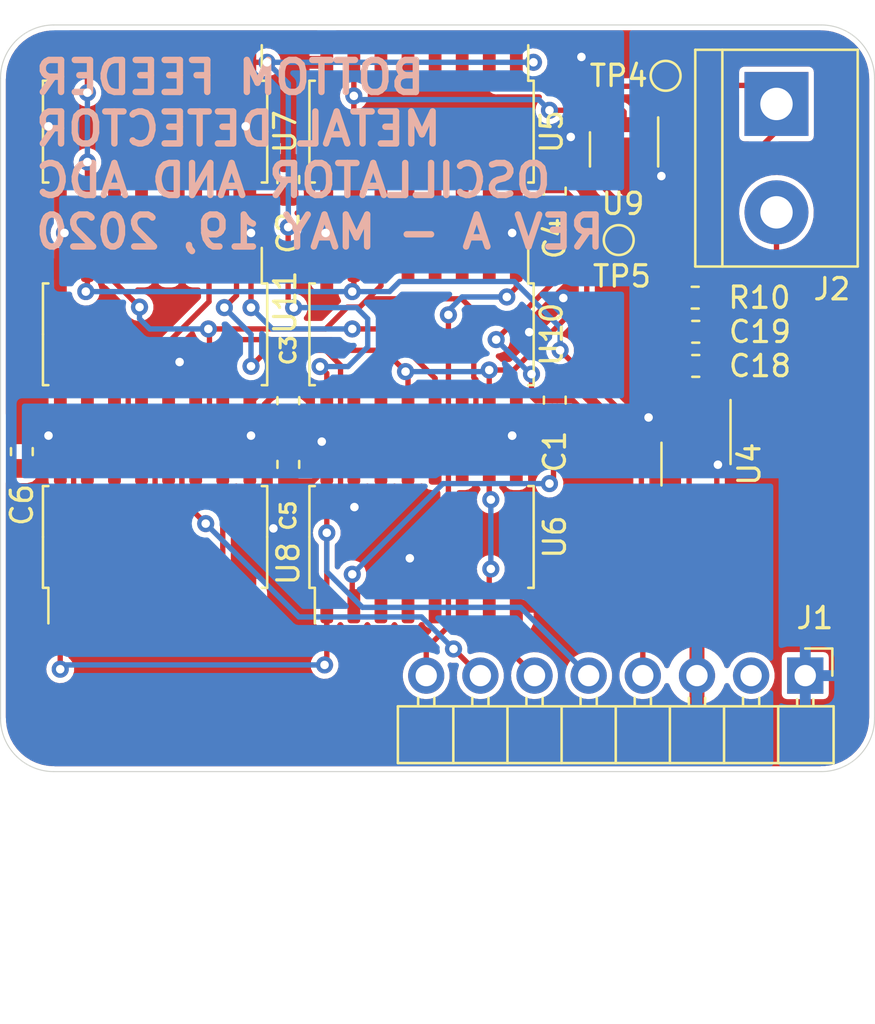
<source format=kicad_pcb>
(kicad_pcb (version 20200512) (host pcbnew "5.99.0-unknown-ad88874~101~ubuntu20.04.1")
  (layers (0 "F.Cu" signal) (31 "B.Cu" signal) (34 "B.Paste" user) (35 "F.Paste" user) (36 "B.SilkS" user) (37 "F.SilkS" user) (38 "B.Mask" user) (39 "F.Mask" user) (44 "Edge.Cuts" user))
  (net 0 "")
  (net 1 "GND")
  (net 2 "Net-(C18-Pad1)")
  (net 3 "/DET_SIG")
  (net 4 "/~DET_EN")
  (net 5 "+5V")
  (net 6 "Net-(U5-Pad15)")
  (net 7 "Net-(U10-Pad2)")
  (net 8 "Net-(U10-Pad3)")
  (net 9 "Net-(U10-Pad4)")
  (net 10 "Net-(U10-Pad5)")
  (net 11 "Net-(U6-Pad15)")
  (net 12 "Net-(U10-Pad10)")
  (net 13 "Net-(U10-Pad11)")
  (net 14 "Net-(U10-Pad14)")
  (net 15 "Net-(U7-Pad15)")
  (net 16 "Net-(U11-Pad2)")
  (net 17 "Net-(U11-Pad3)")
  (net 18 "Net-(U11-Pad4)")
  (net 19 "Net-(U11-Pad5)")
  (net 20 "Net-(U11-Pad10)")
  (net 21 "Net-(U11-Pad11)")
  (net 22 "Net-(U11-Pad12)")
  (net 23 "Net-(U11-Pad14)")
  (net 24 "Net-(U10-Pad13)")
  (net 25 "Net-(C19-Pad1)")
  (net 26 "/MOSI")
  (net 27 "/MISO")
  (net 28 "/PULSE")
  (net 29 "/CLR")
  (net 30 "/SCLK")
  (net 31 "+12V")
  (net 32 "Net-(U4-Pad7)")
  (net 33 "Net-(U4-Pad5)")
  (net 34 "Net-(U5-Pad6)")
  (net 35 "Net-(U5-Pad5)")
  (net 36 "Net-(U5-Pad4)")
  (net 37 "Net-(U5-Pad3)")
  (net 38 "Net-(U6-Pad6)")
  (net 39 "Net-(U6-Pad5)")
  (net 40 "Net-(U6-Pad4)")
  (net 41 "Net-(U6-Pad3)")
  (net 42 "Net-(U7-Pad6)")
  (net 43 "Net-(U7-Pad5)")
  (net 44 "Net-(U7-Pad4)")
  (net 45 "Net-(U7-Pad3)")
  (net 46 "Net-(U8-Pad15)")
  (net 47 "Net-(U8-Pad6)")
  (net 48 "Net-(U8-Pad5)")
  (net 49 "Net-(U8-Pad4)")
  (net 50 "Net-(U8-Pad3)")
  (net 51 "Net-(U9-Pad1)")
  (module "Capacitor_SMD:C_0603_1608Metric" (layer "F.Cu") (at 100 85 90)
    (fp_text reference "C6" (at -2.5 0 90) (layer "F.SilkS"))
    (fp_text value "100nF")
    (pad "2" smd roundrect (at 0.7875 0 90) (size 0.875 0.95) (layers "F.Cu" "F.Paste" "F.Mask") (net 1 "GND"))
    (pad "1" smd roundrect (at -0.7875 0 90) (size 0.875 0.95) (layers "F.Cu" "F.Paste" "F.Mask") (net 5 "+5V"))
  )
  (module "Capacitor_SMD:C_0603_1608Metric" (layer "F.Cu") (at 112.5 85.6 90)
    (fp_text reference "C5" (at -2.4 0 90) (layer "F.SilkS") (effects (font (size 0.7 0.7))))
    (fp_text value "100nF")
    (pad "2" smd roundrect (at 0.7875 0 90) (size 0.875 0.95) (layers "F.Cu" "F.Paste" "F.Mask") (net 1 "GND"))
    (pad "1" smd roundrect (at -0.7875 0 90) (size 0.875 0.95) (layers "F.Cu" "F.Paste" "F.Mask") (net 5 "+5V"))
  )
  (module "Capacitor_SMD:C_0603_1608Metric" (layer "F.Cu") (at 125 72.7875 90)
    (fp_text reference "C4" (at -2.2125 0 90) (layer "F.SilkS"))
    (fp_text value "100nF")
    (pad "2" smd roundrect (at 0.7875 0 90) (size 0.875 0.95) (layers "F.Cu" "F.Paste" "F.Mask") (net 1 "GND"))
    (pad "1" smd roundrect (at -0.7875 0 90) (size 0.875 0.95) (layers "F.Cu" "F.Paste" "F.Mask") (net 5 "+5V"))
  )
  (module "Capacitor_SMD:C_0603_1608Metric" (layer "F.Cu") (at 112.5 82.6125 -90)
    (fp_text reference "C3" (at -2.3625 0 90) (layer "F.SilkS") (effects (font (size 0.7 0.7))))
    (fp_text value "100nF")
    (pad "2" smd roundrect (at 0.7875 0 270) (size 0.875 0.95) (layers "F.Cu" "F.Paste" "F.Mask") (net 1 "GND"))
    (pad "1" smd roundrect (at -0.7875 0 270) (size 0.875 0.95) (layers "F.Cu" "F.Paste" "F.Mask") (net 5 "+5V"))
  )
  (module "Capacitor_SMD:C_0603_1608Metric" (layer "F.Cu") (at 112.5 72.25 90)
    (fp_text reference "C2" (at -2.5 0 90) (layer "F.SilkS"))
    (fp_text value "100nF")
    (pad "2" smd roundrect (at 0.7875 0 90) (size 0.875 0.95) (layers "F.Cu" "F.Paste" "F.Mask") (net 1 "GND"))
    (pad "1" smd roundrect (at -0.7875 0 90) (size 0.875 0.95) (layers "F.Cu" "F.Paste" "F.Mask") (net 5 "+5V"))
  )
  (module "Capacitor_SMD:C_0603_1608Metric" (layer "F.Cu") (at 125 82.5875 90)
    (fp_text reference "C1" (at -2.4125 0 90) (layer "F.SilkS"))
    (fp_text value "100nF")
    (pad "2" smd roundrect (at 0.7875 0 90) (size 0.875 0.95) (layers "F.Cu" "F.Paste" "F.Mask") (net 1 "GND"))
    (pad "1" smd roundrect (at -0.7875 0 90) (size 0.875 0.95) (layers "F.Cu" "F.Paste" "F.Mask") (net 5 "+5V"))
  )
  (module "JBC_mechanical:jbc" (layer "F.Cu") (at 136.75 95.5 -90)
    (fp_text reference "J1" (at -2.7 -0.45 180) (layer "F.SilkS"))
    (fp_text value "Conn_02x04_Counter_Clockwise")
    (pad "1" thru_hole rect (at 0 0 270) (size 1.7 1.7) (drill 1) (layers *.Cu *.Mask) (net 5 "+5V"))
    (pad "2" thru_hole oval (at 0 2.54 270) (size 1.7 1.7) (drill 1) (layers *.Cu *.Mask) (net 31 "+12V"))
    (pad "3" thru_hole oval (at 0 5.08 270) (size 1.7 1.7) (drill 1) (layers *.Cu *.Mask) (net 1 "GND"))
    (pad "4" thru_hole oval (at 0 7.62 270) (size 1.7 1.7) (drill 1) (layers *.Cu *.Mask) (net 30 "/SCLK"))
    (pad "5" thru_hole oval (at 0 10.16 270) (size 1.7 1.7) (drill 1) (layers *.Cu *.Mask) (net 29 "/CLR"))
    (pad "6" thru_hole oval (at 0 12.7 270) (size 1.7 1.7) (drill 1) (layers *.Cu *.Mask) (net 28 "/PULSE"))
    (pad "7" thru_hole oval (at 0 15.24 270) (size 1.7 1.7) (drill 1) (layers *.Cu *.Mask) (net 27 "/MISO"))
    (pad "8" thru_hole oval (at 0 17.78 270) (size 1.7 1.7) (drill 1) (layers *.Cu *.Mask) (net 26 "/MOSI"))
  )
  (module "Capacitor_SMD:C_0603_1608Metric" (layer "F.Cu") (at 131.6125 80.983703)
    (fp_text reference "C18" (at 3.0125 0) (layer "F.SilkS"))
    (fp_text value "2.2uF")
    (pad "2" smd roundrect (at 0.7875 0) (size 0.875 0.95) (layers "F.Cu" "F.Paste" "F.Mask") (net 1 "GND"))
    (pad "1" smd roundrect (at -0.7875 0) (size 0.875 0.95) (layers "F.Cu" "F.Paste" "F.Mask") (net 2 "Net-(C18-Pad1)"))
  )
  (module "TerminalBlock:TerminalBlock_bornier-2_P5.08mm" (layer "F.Cu") (at 135.4 68.703703 -90)
    (fp_text reference "J2" (at 8.68 -2.6 180) (layer "F.SilkS"))
    (fp_text value "Conn_01x02")
    (pad "2" thru_hole circle (at 5.08 0 270) (size 3 3) (drill 1.52) (layers *.Cu *.Mask) (net 25 "Net-(C19-Pad1)"))
    (pad "1" thru_hole rect (at 0 0 270) (size 3 3) (drill 1.52) (layers *.Cu *.Mask) (net 3 "/DET_SIG"))
  )
  (module "Package_SO:SOP-16_4.55x10.3mm_P1.27mm" (layer "F.Cu") (at 106.25 79.5 -90)
    (fp_text reference "U11" (at -1.5 -6.1 90) (layer "F.SilkS"))
    (fp_text value "74166")
    (pad "16" smd roundrect (at 3.25 -4.445 270) (size 1.6 0.6) (layers "F.Cu" "F.Paste" "F.Mask") (net 5 "+5V"))
    (pad "15" smd roundrect (at 3.25 -3.175 270) (size 1.6 0.6) (layers "F.Cu" "F.Paste" "F.Mask") (net 4 "/~DET_EN"))
    (pad "14" smd roundrect (at 3.25 -1.905 270) (size 1.6 0.6) (layers "F.Cu" "F.Paste" "F.Mask") (net 23 "Net-(U11-Pad14)"))
    (pad "13" smd roundrect (at 3.25 -0.635 270) (size 1.6 0.6) (layers "F.Cu" "F.Paste" "F.Mask") (net 27 "/MISO"))
    (pad "12" smd roundrect (at 3.25 0.635 270) (size 1.6 0.6) (layers "F.Cu" "F.Paste" "F.Mask") (net 22 "Net-(U11-Pad12)"))
    (pad "11" smd roundrect (at 3.25 1.905 270) (size 1.6 0.6) (layers "F.Cu" "F.Paste" "F.Mask") (net 21 "Net-(U11-Pad11)"))
    (pad "10" smd roundrect (at 3.25 3.175 270) (size 1.6 0.6) (layers "F.Cu" "F.Paste" "F.Mask") (net 20 "Net-(U11-Pad10)"))
    (pad "9" smd roundrect (at 3.25 4.445 270) (size 1.6 0.6) (layers "F.Cu" "F.Paste" "F.Mask") (net 29 "/CLR"))
    (pad "8" smd roundrect (at -3.25 4.445 270) (size 1.6 0.6) (layers "F.Cu" "F.Paste" "F.Mask") (net 1 "GND"))
    (pad "7" smd roundrect (at -3.25 3.175 270) (size 1.6 0.6) (layers "F.Cu" "F.Paste" "F.Mask") (net 30 "/SCLK"))
    (pad "6" smd roundrect (at -3.25 1.905 270) (size 1.6 0.6) (layers "F.Cu" "F.Paste" "F.Mask") (net 28 "/PULSE"))
    (pad "5" smd roundrect (at -3.25 0.635 270) (size 1.6 0.6) (layers "F.Cu" "F.Paste" "F.Mask") (net 19 "Net-(U11-Pad5)"))
    (pad "4" smd roundrect (at -3.25 -0.635 270) (size 1.6 0.6) (layers "F.Cu" "F.Paste" "F.Mask") (net 18 "Net-(U11-Pad4)"))
    (pad "3" smd roundrect (at -3.25 -1.905 270) (size 1.6 0.6) (layers "F.Cu" "F.Paste" "F.Mask") (net 17 "Net-(U11-Pad3)"))
    (pad "2" smd roundrect (at -3.25 -3.175 270) (size 1.6 0.6) (layers "F.Cu" "F.Paste" "F.Mask") (net 16 "Net-(U11-Pad2)"))
    (pad "1" smd roundrect (at -3.25 -4.445 270) (size 1.6 0.6) (layers "F.Cu" "F.Paste" "F.Mask") (net 24 "Net-(U10-Pad13)"))
  )
  (module "Package_SO:SOP-16_4.55x10.3mm_P1.27mm" (layer "F.Cu") (at 118.75 79.5 -90)
    (fp_text reference "U10" (at 0 -6.1 90) (layer "F.SilkS"))
    (fp_text value "74166")
    (pad "16" smd roundrect (at 3.25 -4.445 270) (size 1.6 0.6) (layers "F.Cu" "F.Paste" "F.Mask") (net 5 "+5V"))
    (pad "15" smd roundrect (at 3.25 -3.175 270) (size 1.6 0.6) (layers "F.Cu" "F.Paste" "F.Mask") (net 4 "/~DET_EN"))
    (pad "14" smd roundrect (at 3.25 -1.905 270) (size 1.6 0.6) (layers "F.Cu" "F.Paste" "F.Mask") (net 14 "Net-(U10-Pad14)"))
    (pad "13" smd roundrect (at 3.25 -0.635 270) (size 1.6 0.6) (layers "F.Cu" "F.Paste" "F.Mask") (net 24 "Net-(U10-Pad13)"))
    (pad "12" smd roundrect (at 3.25 0.635 270) (size 1.6 0.6) (layers "F.Cu" "F.Paste" "F.Mask") (net 4 "/~DET_EN"))
    (pad "11" smd roundrect (at 3.25 1.905 270) (size 1.6 0.6) (layers "F.Cu" "F.Paste" "F.Mask") (net 13 "Net-(U10-Pad11)"))
    (pad "10" smd roundrect (at 3.25 3.175 270) (size 1.6 0.6) (layers "F.Cu" "F.Paste" "F.Mask") (net 12 "Net-(U10-Pad10)"))
    (pad "9" smd roundrect (at 3.25 4.445 270) (size 1.6 0.6) (layers "F.Cu" "F.Paste" "F.Mask") (net 29 "/CLR"))
    (pad "8" smd roundrect (at -3.25 4.445 270) (size 1.6 0.6) (layers "F.Cu" "F.Paste" "F.Mask") (net 1 "GND"))
    (pad "7" smd roundrect (at -3.25 3.175 270) (size 1.6 0.6) (layers "F.Cu" "F.Paste" "F.Mask") (net 30 "/SCLK"))
    (pad "6" smd roundrect (at -3.25 1.905 270) (size 1.6 0.6) (layers "F.Cu" "F.Paste" "F.Mask") (net 28 "/PULSE"))
    (pad "5" smd roundrect (at -3.25 0.635 270) (size 1.6 0.6) (layers "F.Cu" "F.Paste" "F.Mask") (net 10 "Net-(U10-Pad5)"))
    (pad "4" smd roundrect (at -3.25 -0.635 270) (size 1.6 0.6) (layers "F.Cu" "F.Paste" "F.Mask") (net 9 "Net-(U10-Pad4)"))
    (pad "3" smd roundrect (at -3.25 -1.905 270) (size 1.6 0.6) (layers "F.Cu" "F.Paste" "F.Mask") (net 8 "Net-(U10-Pad3)"))
    (pad "2" smd roundrect (at -3.25 -3.175 270) (size 1.6 0.6) (layers "F.Cu" "F.Paste" "F.Mask") (net 7 "Net-(U10-Pad2)"))
    (pad "1" smd roundrect (at -3.25 -4.445 270) (size 1.6 0.6) (layers "F.Cu" "F.Paste" "F.Mask") (net 26 "/MOSI"))
  )
  (module "Package_SO:TSOP-5_1.65x3.05mm_P0.95mm" (layer "F.Cu") (at 128.25 70.833703 -90)
    (fp_text reference "U9" (at 2.55 0.05 180) (layer "F.SilkS"))
    (fp_text value "74LVC1G04")
    (pad "5" smd rect (at 1.16 -0.95 270) (size 0.7 0.51) (layers "F.Cu" "F.Paste" "F.Mask") (net 5 "+5V"))
    (pad "4" smd rect (at 1.16 0.95 270) (size 0.7 0.51) (layers "F.Cu" "F.Paste" "F.Mask") (net 4 "/~DET_EN"))
    (pad "3" smd rect (at -1.16 0.95 270) (size 0.7 0.51) (layers "F.Cu" "F.Paste" "F.Mask") (net 1 "GND"))
    (pad "2" smd rect (at -1.16 0 270) (size 0.7 0.51) (layers "F.Cu" "F.Paste" "F.Mask") (net 28 "/PULSE"))
    (pad "1" smd rect (at -1.16 -0.95 270) (size 0.7 0.51) (layers "F.Cu" "F.Paste" "F.Mask") (net 51 "Net-(U9-Pad1)"))
  )
  (module "Package_SO:SOP-16_4.55x10.3mm_P1.27mm" (layer "F.Cu") (at 106.25 89 90)
    (fp_text reference "U8" (at -1.25 6.25 90) (layer "F.SilkS"))
    (fp_text value "74LS161")
    (pad "16" smd roundrect (at 3.25 -4.445 90) (size 1.6 0.6) (layers "F.Cu" "F.Paste" "F.Mask") (net 5 "+5V"))
    (pad "15" smd roundrect (at 3.25 -3.175 90) (size 1.6 0.6) (layers "F.Cu" "F.Paste" "F.Mask") (net 46 "Net-(U8-Pad15)"))
    (pad "14" smd roundrect (at 3.25 -1.905 90) (size 1.6 0.6) (layers "F.Cu" "F.Paste" "F.Mask") (net 20 "Net-(U11-Pad10)"))
    (pad "13" smd roundrect (at 3.25 -0.635 90) (size 1.6 0.6) (layers "F.Cu" "F.Paste" "F.Mask") (net 21 "Net-(U11-Pad11)"))
    (pad "12" smd roundrect (at 3.25 0.635 90) (size 1.6 0.6) (layers "F.Cu" "F.Paste" "F.Mask") (net 22 "Net-(U11-Pad12)"))
    (pad "11" smd roundrect (at 3.25 1.905 90) (size 1.6 0.6) (layers "F.Cu" "F.Paste" "F.Mask") (net 23 "Net-(U11-Pad14)"))
    (pad "10" smd roundrect (at 3.25 3.175 90) (size 1.6 0.6) (layers "F.Cu" "F.Paste" "F.Mask") (net 28 "/PULSE"))
    (pad "9" smd roundrect (at 3.25 4.445 90) (size 1.6 0.6) (layers "F.Cu" "F.Paste" "F.Mask") (net 5 "+5V"))
    (pad "8" smd roundrect (at -3.25 4.445 90) (size 1.6 0.6) (layers "F.Cu" "F.Paste" "F.Mask") (net 1 "GND"))
    (pad "7" smd roundrect (at -3.25 3.175 90) (size 1.6 0.6) (layers "F.Cu" "F.Paste" "F.Mask") (net 28 "/PULSE"))
    (pad "6" smd roundrect (at -3.25 1.905 90) (size 1.6 0.6) (layers "F.Cu" "F.Paste" "F.Mask") (net 47 "Net-(U8-Pad6)"))
    (pad "5" smd roundrect (at -3.25 0.635 90) (size 1.6 0.6) (layers "F.Cu" "F.Paste" "F.Mask") (net 48 "Net-(U8-Pad5)"))
    (pad "4" smd roundrect (at -3.25 -0.635 90) (size 1.6 0.6) (layers "F.Cu" "F.Paste" "F.Mask") (net 49 "Net-(U8-Pad4)"))
    (pad "3" smd roundrect (at -3.25 -1.905 90) (size 1.6 0.6) (layers "F.Cu" "F.Paste" "F.Mask") (net 50 "Net-(U8-Pad3)"))
    (pad "2" smd roundrect (at -3.25 -3.175 90) (size 1.6 0.6) (layers "F.Cu" "F.Paste" "F.Mask") (net 15 "Net-(U7-Pad15)"))
    (pad "1" smd roundrect (at -3.25 -4.445 90) (size 1.6 0.6) (layers "F.Cu" "F.Paste" "F.Mask") (net 29 "/CLR"))
  )
  (module "Package_SO:SOP-16_4.55x10.3mm_P1.27mm" (layer "F.Cu") (at 106.25 70 -90)
    (fp_text reference "U7" (at 0 -6.1 90) (layer "F.SilkS"))
    (fp_text value "74LS161")
    (pad "16" smd roundrect (at 3.25 -4.445 270) (size 1.6 0.6) (layers "F.Cu" "F.Paste" "F.Mask") (net 5 "+5V"))
    (pad "15" smd roundrect (at 3.25 -3.175 270) (size 1.6 0.6) (layers "F.Cu" "F.Paste" "F.Mask") (net 15 "Net-(U7-Pad15)"))
    (pad "14" smd roundrect (at 3.25 -1.905 270) (size 1.6 0.6) (layers "F.Cu" "F.Paste" "F.Mask") (net 16 "Net-(U11-Pad2)"))
    (pad "13" smd roundrect (at 3.25 -0.635 270) (size 1.6 0.6) (layers "F.Cu" "F.Paste" "F.Mask") (net 17 "Net-(U11-Pad3)"))
    (pad "12" smd roundrect (at 3.25 0.635 270) (size 1.6 0.6) (layers "F.Cu" "F.Paste" "F.Mask") (net 18 "Net-(U11-Pad4)"))
    (pad "11" smd roundrect (at 3.25 1.905 270) (size 1.6 0.6) (layers "F.Cu" "F.Paste" "F.Mask") (net 19 "Net-(U11-Pad5)"))
    (pad "10" smd roundrect (at 3.25 3.175 270) (size 1.6 0.6) (layers "F.Cu" "F.Paste" "F.Mask") (net 28 "/PULSE"))
    (pad "9" smd roundrect (at 3.25 4.445 270) (size 1.6 0.6) (layers "F.Cu" "F.Paste" "F.Mask") (net 5 "+5V"))
    (pad "8" smd roundrect (at -3.25 4.445 270) (size 1.6 0.6) (layers "F.Cu" "F.Paste" "F.Mask") (net 1 "GND"))
    (pad "7" smd roundrect (at -3.25 3.175 270) (size 1.6 0.6) (layers "F.Cu" "F.Paste" "F.Mask") (net 28 "/PULSE"))
    (pad "6" smd roundrect (at -3.25 1.905 270) (size 1.6 0.6) (layers "F.Cu" "F.Paste" "F.Mask") (net 42 "Net-(U7-Pad6)"))
    (pad "5" smd roundrect (at -3.25 0.635 270) (size 1.6 0.6) (layers "F.Cu" "F.Paste" "F.Mask") (net 43 "Net-(U7-Pad5)"))
    (pad "4" smd roundrect (at -3.25 -0.635 270) (size 1.6 0.6) (layers "F.Cu" "F.Paste" "F.Mask") (net 44 "Net-(U7-Pad4)"))
    (pad "3" smd roundrect (at -3.25 -1.905 270) (size 1.6 0.6) (layers "F.Cu" "F.Paste" "F.Mask") (net 45 "Net-(U7-Pad3)"))
    (pad "2" smd roundrect (at -3.25 -3.175 270) (size 1.6 0.6) (layers "F.Cu" "F.Paste" "F.Mask") (net 11 "Net-(U6-Pad15)"))
    (pad "1" smd roundrect (at -3.25 -4.445 270) (size 1.6 0.6) (layers "F.Cu" "F.Paste" "F.Mask") (net 29 "/CLR"))
  )
  (module "Package_SO:SOP-16_4.55x10.3mm_P1.27mm" (layer "F.Cu") (at 118.75 89 90)
    (fp_text reference "U6" (at 0 6.25 90) (layer "F.SilkS"))
    (fp_text value "74LS161")
    (pad "16" smd roundrect (at 3.25 -4.445 90) (size 1.6 0.6) (layers "F.Cu" "F.Paste" "F.Mask") (net 5 "+5V"))
    (pad "15" smd roundrect (at 3.25 -3.175 90) (size 1.6 0.6) (layers "F.Cu" "F.Paste" "F.Mask") (net 11 "Net-(U6-Pad15)"))
    (pad "14" smd roundrect (at 3.25 -1.905 90) (size 1.6 0.6) (layers "F.Cu" "F.Paste" "F.Mask") (net 12 "Net-(U10-Pad10)"))
    (pad "13" smd roundrect (at 3.25 -0.635 90) (size 1.6 0.6) (layers "F.Cu" "F.Paste" "F.Mask") (net 13 "Net-(U10-Pad11)"))
    (pad "12" smd roundrect (at 3.25 0.635 90) (size 1.6 0.6) (layers "F.Cu" "F.Paste" "F.Mask") (net 4 "/~DET_EN"))
    (pad "11" smd roundrect (at 3.25 1.905 90) (size 1.6 0.6) (layers "F.Cu" "F.Paste" "F.Mask") (net 14 "Net-(U10-Pad14)"))
    (pad "10" smd roundrect (at 3.25 3.175 90) (size 1.6 0.6) (layers "F.Cu" "F.Paste" "F.Mask") (net 28 "/PULSE"))
    (pad "9" smd roundrect (at 3.25 4.445 90) (size 1.6 0.6) (layers "F.Cu" "F.Paste" "F.Mask") (net 5 "+5V"))
    (pad "8" smd roundrect (at -3.25 4.445 90) (size 1.6 0.6) (layers "F.Cu" "F.Paste" "F.Mask") (net 1 "GND"))
    (pad "7" smd roundrect (at -3.25 3.175 90) (size 1.6 0.6) (layers "F.Cu" "F.Paste" "F.Mask") (net 28 "/PULSE"))
    (pad "6" smd roundrect (at -3.25 1.905 90) (size 1.6 0.6) (layers "F.Cu" "F.Paste" "F.Mask") (net 38 "Net-(U6-Pad6)"))
    (pad "5" smd roundrect (at -3.25 0.635 90) (size 1.6 0.6) (layers "F.Cu" "F.Paste" "F.Mask") (net 39 "Net-(U6-Pad5)"))
    (pad "4" smd roundrect (at -3.25 -0.635 90) (size 1.6 0.6) (layers "F.Cu" "F.Paste" "F.Mask") (net 40 "Net-(U6-Pad4)"))
    (pad "3" smd roundrect (at -3.25 -1.905 90) (size 1.6 0.6) (layers "F.Cu" "F.Paste" "F.Mask") (net 41 "Net-(U6-Pad3)"))
    (pad "2" smd roundrect (at -3.25 -3.175 90) (size 1.6 0.6) (layers "F.Cu" "F.Paste" "F.Mask") (net 6 "Net-(U5-Pad15)"))
    (pad "1" smd roundrect (at -3.25 -4.445 90) (size 1.6 0.6) (layers "F.Cu" "F.Paste" "F.Mask") (net 29 "/CLR"))
  )
  (module "Package_SO:SOP-16_4.55x10.3mm_P1.27mm" (layer "F.Cu") (at 118.75 70 -90)
    (fp_text reference "U5" (at 0 -6.1 90) (layer "F.SilkS"))
    (fp_text value "74LS161")
    (pad "16" smd roundrect (at 3.25 -4.445 270) (size 1.6 0.6) (layers "F.Cu" "F.Paste" "F.Mask") (net 5 "+5V"))
    (pad "15" smd roundrect (at 3.25 -3.175 270) (size 1.6 0.6) (layers "F.Cu" "F.Paste" "F.Mask") (net 6 "Net-(U5-Pad15)"))
    (pad "14" smd roundrect (at 3.25 -1.905 270) (size 1.6 0.6) (layers "F.Cu" "F.Paste" "F.Mask") (net 7 "Net-(U10-Pad2)"))
    (pad "13" smd roundrect (at 3.25 -0.635 270) (size 1.6 0.6) (layers "F.Cu" "F.Paste" "F.Mask") (net 8 "Net-(U10-Pad3)"))
    (pad "12" smd roundrect (at 3.25 0.635 270) (size 1.6 0.6) (layers "F.Cu" "F.Paste" "F.Mask") (net 9 "Net-(U10-Pad4)"))
    (pad "11" smd roundrect (at 3.25 1.905 270) (size 1.6 0.6) (layers "F.Cu" "F.Paste" "F.Mask") (net 10 "Net-(U10-Pad5)"))
    (pad "10" smd roundrect (at 3.25 3.175 270) (size 1.6 0.6) (layers "F.Cu" "F.Paste" "F.Mask") (net 28 "/PULSE"))
    (pad "9" smd roundrect (at 3.25 4.445 270) (size 1.6 0.6) (layers "F.Cu" "F.Paste" "F.Mask") (net 5 "+5V"))
    (pad "8" smd roundrect (at -3.25 4.445 270) (size 1.6 0.6) (layers "F.Cu" "F.Paste" "F.Mask") (net 1 "GND"))
    (pad "7" smd roundrect (at -3.25 3.175 270) (size 1.6 0.6) (layers "F.Cu" "F.Paste" "F.Mask") (net 28 "/PULSE"))
    (pad "6" smd roundrect (at -3.25 1.905 270) (size 1.6 0.6) (layers "F.Cu" "F.Paste" "F.Mask") (net 34 "Net-(U5-Pad6)"))
    (pad "5" smd roundrect (at -3.25 0.635 270) (size 1.6 0.6) (layers "F.Cu" "F.Paste" "F.Mask") (net 35 "Net-(U5-Pad5)"))
    (pad "4" smd roundrect (at -3.25 -0.635 270) (size 1.6 0.6) (layers "F.Cu" "F.Paste" "F.Mask") (net 36 "Net-(U5-Pad4)"))
    (pad "3" smd roundrect (at -3.25 -1.905 270) (size 1.6 0.6) (layers "F.Cu" "F.Paste" "F.Mask") (net 37 "Net-(U5-Pad3)"))
    (pad "2" smd roundrect (at -3.25 -3.175 270) (size 1.6 0.6) (layers "F.Cu" "F.Paste" "F.Mask") (net 3 "/DET_SIG"))
    (pad "1" smd roundrect (at -3.25 -4.445 270) (size 1.6 0.6) (layers "F.Cu" "F.Paste" "F.Mask") (net 29 "/CLR"))
  )
  (module "Package_SO:VSSOP-8_3.0x3.0mm_P0.65mm" (layer "F.Cu") (at 131.625 85.583703 -90)
    (fp_text reference "U4" (at 0 -2.5 90) (layer "F.SilkS"))
    (fp_text value "LM555xMM")
    (pad "8" smd rect (at 2.2 -0.975 180) (size 0.45 1.45) (layers "F.Cu" "F.Paste" "F.Mask") (net 5 "+5V"))
    (pad "7" smd rect (at 2.2 -0.325 180) (size 0.45 1.45) (layers "F.Cu" "F.Paste" "F.Mask") (net 32 "Net-(U4-Pad7)"))
    (pad "6" smd rect (at 2.2 0.325 180) (size 0.45 1.45) (layers "F.Cu" "F.Paste" "F.Mask") (net 2 "Net-(C18-Pad1)"))
    (pad "5" smd rect (at 2.2 0.975 180) (size 0.45 1.45) (layers "F.Cu" "F.Paste" "F.Mask") (net 33 "Net-(U4-Pad5)"))
    (pad "4" smd rect (at -2.2 0.975 180) (size 0.45 1.45) (layers "F.Cu" "F.Paste" "F.Mask") (net 5 "+5V"))
    (pad "3" smd rect (at -2.2 0.325 180) (size 0.45 1.45) (layers "F.Cu" "F.Paste" "F.Mask") (net 3 "/DET_SIG"))
    (pad "2" smd rect (at -2.2 -0.325 180) (size 0.45 1.45) (layers "F.Cu" "F.Paste" "F.Mask") (net 2 "Net-(C18-Pad1)"))
    (pad "1" smd rect (at -2.2 -0.975 180) (size 0.45 1.45) (layers "F.Cu" "F.Paste" "F.Mask") (net 1 "GND"))
  )
  (module "TestPoint:TestPoint_Pad_D1.0mm" (layer "F.Cu") (at 128 75.083703)
    (fp_text reference "TP5" (at 0.15 1.7) (layer "F.SilkS"))
    (fp_text value "TestPoint")
    (pad "1" smd circle (at 0 0) (size 1 1) (layers "F.Cu" "F.Mask") (net 4 "/~DET_EN"))
  )
  (module "TestPoint:TestPoint_Pad_D1.0mm" (layer "F.Cu") (at 130.2 67.383703 -90)
    (fp_text reference "TP4" (at 0 2.2 180) (layer "F.SilkS"))
    (fp_text value "TestPoint")
    (pad "1" smd circle (at 0 0 270) (size 1 1) (layers "F.Cu" "F.Mask") (net 3 "/DET_SIG"))
  )
  (module "Resistor_SMD:R_0603_1608Metric" (layer "F.Cu") (at 131.5875 77.783703)
    (fp_text reference "R10" (at 3.0125 0) (layer "F.SilkS"))
    (fp_text value "1k")
    (pad "2" smd roundrect (at 0.7875 0) (size 0.875 0.95) (layers "F.Cu" "F.Paste" "F.Mask") (net 3 "/DET_SIG"))
    (pad "1" smd roundrect (at -0.7875 0) (size 0.875 0.95) (layers "F.Cu" "F.Paste" "F.Mask") (net 2 "Net-(C18-Pad1)"))
  )
  (module "Capacitor_SMD:C_0603_1608Metric" (layer "F.Cu") (at 131.6125 79.383703 180)
    (fp_text reference "C19" (at -3.0125 0) (layer "F.SilkS"))
    (fp_text value "2.2uF")
    (pad "2" smd roundrect (at 0.7875 0 180) (size 0.875 0.95) (layers "F.Cu" "F.Paste" "F.Mask") (net 2 "Net-(C18-Pad1)"))
    (pad "1" smd roundrect (at -0.7875 0 180) (size 0.875 0.95) (layers "F.Cu" "F.Paste" "F.Mask") (net 25 "Net-(C19-Pad1)"))
  )
  (gr_arc (start 137.5 97.5) (end 137.5 100) (angle -90) (layer "Edge.Cuts") (width 0.05))
  (gr_arc (start 101.5 97.5) (end 99 97.5) (angle -90) (layer "Edge.Cuts") (width 0.05))
  (gr_arc (start 137.5 67.5) (end 140 67.5) (angle -90) (layer "Edge.Cuts") (width 0.05))
  (gr_arc (start 101.5 67.5) (end 101.5 65) (angle -90) (layer "Edge.Cuts") (width 0.05))
  (gr_text "BOTTOM FEEDER\nMETAL DETECTOR\nOSCILLATOR AND ADC\nREV A - MAY 19, 2020\n" (at 100.5 71.083703) (layer "B.SilkS") (effects (font (size 1.5 1.5) (thickness 0.3)) (justify right mirror)))
  (gr_line (start 140 67.5) (end 140 97.5) (layer "Edge.Cuts") (width 0.05))
  (gr_line (start 101.5 65) (end 137.5 65) (layer "Edge.Cuts") (width 0.05))
  (gr_line (start 99 97.5) (end 99 67.5) (layer "Edge.Cuts") (width 0.05))
  (gr_line (start 101.5 100) (end 137.5 100) (layer "Edge.Cuts") (width 0.05))
  (via (at 107.4 80.8) (size 0.8) (drill 0.4) (layers "F.Cu" "B.Cu") (net 1))
  (via (at 101.25 69.75) (size 0.8) (drill 0.4) (layers "F.Cu" "B.Cu") (net 1))
  (via (at 110.5 69.75) (size 0.8) (drill 0.4) (layers "F.Cu" "B.Cu") (net 1))
  (segment (start 125.478974 72.76251) (end 124.48749 72.76251) (width 0.25) (layer "F.Cu") (net 6))
  (segment (start 124.48749 72.73749) (end 123.75 72) (width 0.25) (layer "F.Cu") (net 6))
  (segment (start 124.48749 72.76251) (end 124.48749 72.73749) (width 0.25) (layer "F.Cu") (net 6))
  (segment (start 122.0625 72.3125) (end 121.925 72.45) (width 0.25) (layer "F.Cu") (net 6))
  (segment (start 123.75 72) (end 122.375 72) (width 0.25) (layer "F.Cu") (net 6))
  (segment (start 122.375 72) (end 122.0625 72.3125) (width 0.25) (layer "F.Cu") (net 6))
  (segment (start 124.88751 82.61249) (end 125.11249 82.61249) (width 0.25) (layer "F.Cu") (net 6))
  (segment (start 125.86249 82.61249) (end 126.25 83) (width 0.25) (layer "F.Cu") (net 6))
  (segment (start 125.11249 82.61249) (end 125.86249 82.61249) (width 0.25) (layer "F.Cu") (net 6))
  (segment (start 124.94057 84.94057) (end 124.94057 86.30943) (width 0.25) (layer "F.Cu") (net 6))
  (segment (start 126.25 83) (end 126.25 83.63114) (width 0.25) (layer "F.Cu") (net 6))
  (segment (start 126.25 83.63114) (end 124.94057 84.94057) (width 0.25) (layer "F.Cu") (net 6))
  (segment (start 123.907905 81.949389) (end 123.907905 82.407905) (width 0.25) (layer "F.Cu") (net 6))
  (segment (start 123.907905 82.407905) (end 124.11249 82.61249) (width 0.25) (layer "F.Cu") (net 6))
  (segment (start 124.11249 82.61249) (end 124.88751 82.61249) (width 0.25) (layer "F.Cu") (net 6))
  (segment (start 118.115 82.75) (end 118.115 81.365) (width 0.25) (layer "F.Cu") (net 4))
  (segment (start 118.115 81.365) (end 118 81.25) (width 0.25) (layer "F.Cu") (net 4))
  (via (at 101.25 84.25) (size 0.8) (drill 0.4) (layers "F.Cu" "B.Cu") (net 5))
  (segment (start 101.805 84.805) (end 101.25 84.25) (width 0.25) (layer "F.Cu") (net 5))
  (segment (start 101.805 85.75) (end 101.805 84.805) (width 0.25) (layer "F.Cu") (net 5))
  (segment (start 100 85.7875) (end 101.7675 85.7875) (width 0.25) (layer "F.Cu") (net 5))
  (segment (start 101.7675 85.7875) (end 101.805 85.75) (width 0.25) (layer "F.Cu") (net 5))
  (segment (start 101.805 92.25) (end 101.805 89.195) (width 0.25) (layer "F.Cu") (net 29))
  (segment (start 101.805 89.195) (end 102.43001 88.56999) (width 0.25) (layer "F.Cu") (net 29))
  (segment (start 102.43001 88.56999) (end 102.43001 83.37501) (width 0.25) (layer "F.Cu") (net 29))
  (segment (start 102.43001 83.37501) (end 101.805 82.75) (width 0.25) (layer "F.Cu") (net 29))
  (segment (start 112.5 86.3875) (end 113.6675 86.3875) (width 0.25) (layer "F.Cu") (net 5))
  (segment (start 113.6675 86.3875) (end 114.305 85.75) (width 0.25) (layer "F.Cu") (net 5))
  (via (at 114.069142 84.530858) (size 0.8) (drill 0.4) (layers "F.Cu" "B.Cu") (net 5))
  (segment (start 114.305 84.766716) (end 114.069142 84.530858) (width 0.25) (layer "F.Cu") (net 5))
  (segment (start 114.305 85.75) (end 114.305 84.766716) (width 0.25) (layer "F.Cu") (net 5))
  (segment (start 114.305 88.805) (end 114.305 87.55498) (width 0.25) (layer "F.Cu") (net 29))
  (segment (start 114.305 87.55498) (end 114.94999 86.90999) (width 0.25) (layer "F.Cu") (net 29))
  (segment (start 114.94999 86.90999) (end 114.94999 84.3864) (width 0.25) (layer "F.Cu") (net 29))
  (segment (start 114.94999 84.3864) (end 114.305 83.74141) (width 0.25) (layer "F.Cu") (net 29))
  (segment (start 114.305 83.74141) (end 114.305 82.75) (width 0.25) (layer "F.Cu") (net 29))
  (segment (start 125 83.375) (end 123.82 83.375) (width 0.25) (layer "F.Cu") (net 5))
  (segment (start 123.82 83.375) (end 123.195 82.75) (width 0.25) (layer "F.Cu") (net 5))
  (segment (start 123.907905 81.367401) (end 123.907905 81.949389) (width 0.25) (layer "F.Cu") (net 6))
  (segment (start 122.25 79.75) (end 123.75 81.25) (width 0.25) (layer "B.Cu") (net 6))
  (segment (start 123.75 81.25) (end 123.790504 81.25) (width 0.25) (layer "B.Cu") (net 6))
  (segment (start 123.790504 81.25) (end 123.907905 81.367401) (width 0.25) (layer "B.Cu") (net 6))
  (via (at 123.907905 81.367401) (size 0.8) (drill 0.4) (layers "F.Cu" "B.Cu") (net 6))
  (segment (start 129.061501 85.061501) (end 128.25 84.25) (width 0.25) (layer "F.Cu") (net 30))
  (segment (start 129.13 90.256998) (end 129.061501 90.188499) (width 0.25) (layer "F.Cu") (net 30))
  (segment (start 129.061501 90.188499) (end 129.061501 85.061501) (width 0.25) (layer "F.Cu") (net 30))
  (segment (start 128.25 84.25) (end 128.25 83.25) (width 0.25) (layer "F.Cu") (net 30))
  (segment (start 126.5 81.5) (end 125.25 80.25) (width 0.25) (layer "F.Cu") (net 30))
  (segment (start 128.25 83.25) (end 126.5 81.5) (width 0.25) (layer "F.Cu") (net 30))
  (segment (start 124.94057 86.30943) (end 124.75 86.5) (width 0.25) (layer "F.Cu") (net 6))
  (segment (start 124.886579 86.363421) (end 124.75 86.5) (width 0.25) (layer "F.Cu") (net 6))
  (segment (start 125 77) (end 125.80001 76.19999) (width 0.25) (layer "F.Cu") (net 6))
  (segment (start 125.80001 76.19999) (end 125.80001 73.083546) (width 0.25) (layer "F.Cu") (net 6))
  (segment (start 121.925 72.45) (end 121.925 73.25) (width 0.25) (layer "F.Cu") (net 6))
  (segment (start 125.80001 73.083546) (end 125.478974 72.76251) (width 0.25) (layer "F.Cu") (net 6))
  (segment (start 125 73.575) (end 123.52 73.575) (width 0.25) (layer "F.Cu") (net 5))
  (segment (start 123.52 73.575) (end 123.195 73.25) (width 0.25) (layer "F.Cu") (net 5))
  (segment (start 128 75.083703) (end 128 73.333703) (width 0.25) (layer "F.Cu") (net 4))
  (segment (start 128 73.333703) (end 127.75 73.083703) (width 0.25) (layer "F.Cu") (net 4))
  (segment (start 128 75.083703) (end 127.083703 76) (width 0.25) (layer "F.Cu") (net 4))
  (segment (start 127.083703 76) (end 126.5 76) (width 0.25) (layer "F.Cu") (net 4))
  (segment (start 112.5 81.75) (end 111.695 81.75) (width 0.25) (layer "F.Cu") (net 5))
  (segment (start 111.695 81.75) (end 110.695 82.75) (width 0.25) (layer "F.Cu") (net 5))
  (segment (start 110.75 81) (end 110.75 79.5) (width 0.25) (layer "B.Cu") (net 11))
  (segment (start 114.25 80.25) (end 111.5 80.25) (width 0.25) (layer "F.Cu") (net 11))
  (segment (start 111.5 80.25) (end 110.75 81) (width 0.25) (layer "F.Cu") (net 11))
  (via (at 110.75 81) (size 0.8) (drill 0.4) (layers "F.Cu" "B.Cu") (net 11))
  (via (at 113.987347 81.012653) (size 0.8) (drill 0.4) (layers "F.Cu" "B.Cu") (net 29))
  (segment (start 114.305 81.330306) (end 113.987347 81.012653) (width 0.25) (layer "F.Cu") (net 29))
  (segment (start 114.305 82.75) (end 114.305 81.330306) (width 0.25) (layer "F.Cu") (net 29))
  (segment (start 115.303031 81.012653) (end 115.782842 80.532842) (width 0.25) (layer "B.Cu") (net 29))
  (segment (start 115.782842 80.532842) (end 116.225001 80.090684) (width 0.25) (layer "B.Cu") (net 29))
  (segment (start 113.987347 81.012653) (end 115.303031 81.012653) (width 0.25) (layer "B.Cu") (net 29))
  (segment (start 114.94999 80.94999) (end 114.25 80.25) (width 0.25) (layer "F.Cu") (net 11))
  (segment (start 114.94999 81.74999) (end 114.94999 80.94999) (width 0.25) (layer "F.Cu") (net 11))
  (segment (start 114 79.75) (end 114.5 79.75) (width 0.25) (layer "F.Cu") (net 4))
  (segment (start 109.75 80.25) (end 110.25 79.75) (width 0.25) (layer "F.Cu") (net 4))
  (segment (start 114.5 79.75) (end 115 80.25) (width 0.25) (layer "F.Cu") (net 4))
  (segment (start 110.25 79.75) (end 114 79.75) (width 0.25) (layer "F.Cu") (net 4))
  (segment (start 115 80.25) (end 116.75 80.25) (width 0.25) (layer "F.Cu") (net 4))
  (segment (start 117 80.25) (end 116.75 80.25) (width 0.25) (layer "F.Cu") (net 4))
  (via (at 112.492355 74.475) (size 0.8) (drill 0.4) (layers "F.Cu" "B.Cu") (net 29))
  (segment (start 112.492355 77.992355) (end 112.75 78.25) (width 0.25) (layer "F.Cu") (net 29))
  (segment (start 112.5 74.467355) (end 112.492355 74.475) (width 0.25) (layer "B.Cu") (net 29))
  (segment (start 112.5 72) (end 112.5 74.467355) (width 0.25) (layer "B.Cu") (net 29))
  (segment (start 112.492355 74.475) (end 112.492355 77.992355) (width 0.25) (layer "F.Cu") (net 29))
  (segment (start 112.5 73.0375) (end 110.9075 73.0375) (width 0.25) (layer "F.Cu") (net 5))
  (segment (start 110.9075 73.0375) (end 110.695 73.25) (width 0.25) (layer "F.Cu") (net 5))
  (segment (start 129.983703 75.4) (end 129.991297 75.4) (width 0.25) (layer "F.Cu") (net 3))
  (segment (start 129.991297 75.4) (end 132.375 77.783703) (width 0.25) (layer "F.Cu") (net 3))
  (segment (start 129.983703 76.183703) (end 129.983703 75.4) (width 0.25) (layer "F.Cu") (net 3))
  (segment (start 129.983703 75.4) (end 130.783703 74.6) (width 0.25) (layer "F.Cu") (net 3))
  (segment (start 121.925 66.75) (end 121.925 67.55) (width 0.25) (layer "F.Cu") (net 3))
  (segment (start 121.925 67.55) (end 122.25001 67.87501) (width 0.25) (layer "F.Cu") (net 3))
  (segment (start 122.25001 67.87501) (end 129.708693 67.87501) (width 0.25) (layer "F.Cu") (net 3))
  (segment (start 129.708693 67.87501) (end 130.2 67.383703) (width 0.25) (layer "F.Cu") (net 3))
  (segment (start 128.174999 68.998702) (end 124.751298 68.998702) (width 0.25) (layer "F.Cu") (net 28))
  (segment (start 124.25 68.5) (end 124.252596 68.5) (width 0.25) (layer "B.Cu") (net 28))
  (segment (start 124.252596 68.5) (end 124.751298 68.998702) (width 0.25) (layer "B.Cu") (net 28))
  (via (at 124.751298 68.998702) (size 0.8) (drill 0.4) (layers "F.Cu" "B.Cu") (net 28))
  (segment (start 130.891297 82) (end 130.25 82) (width 0.25) (layer "F.Cu") (net 3))
  (segment (start 131.3 82.408703) (end 130.891297 82) (width 0.25) (layer "F.Cu") (net 3))
  (segment (start 129.983703 81.016297) (end 129.983703 76.183703) (width 0.25) (layer "F.Cu") (net 3))
  (segment (start 130.25 82) (end 129.983703 81.733703) (width 0.25) (layer "F.Cu") (net 3))
  (segment (start 129.983703 81.733703) (end 129.983703 81.016297) (width 0.25) (layer "F.Cu") (net 3))
  (segment (start 130.783703 74.6) (end 131.2 74.183703) (width 0.25) (layer "F.Cu") (net 3))
  (segment (start 131.2 76.608703) (end 131.2 76.6) (width 0.25) (layer "F.Cu") (net 3))
  (segment (start 131.3 83.383703) (end 131.3 82.408703) (width 0.25) (layer "F.Cu") (net 3))
  (via (at 132.652378 85.6134) (size 0.8) (drill 0.4) (layers "F.Cu" "B.Cu") (net 5))
  (segment (start 132.6 85.665778) (end 132.652378 85.6134) (width 0.25) (layer "F.Cu") (net 5))
  (segment (start 132.6 87.783703) (end 132.6 85.665778) (width 0.25) (layer "F.Cu") (net 5))
  (via (at 129.4 83.4) (size 0.8) (drill 0.4) (layers "F.Cu" "B.Cu") (net 5))
  (segment (start 129.416297 83.383703) (end 129.4 83.4) (width 0.25) (layer "F.Cu") (net 5))
  (segment (start 130.65 83.383703) (end 129.416297 83.383703) (width 0.25) (layer "F.Cu") (net 5))
  (segment (start 102 95) (end 101.8 95.2) (width 0.25) (layer "B.Cu") (net 29))
  (segment (start 101.8 92.255) (end 101.805 92.25) (width 0.25) (layer "F.Cu") (net 29))
  (segment (start 114.305 92.25) (end 114.305 94.895) (width 0.25) (layer "F.Cu") (net 29))
  (segment (start 114.2 95) (end 102 95) (width 0.25) (layer "B.Cu") (net 29))
  (segment (start 114.305 94.895) (end 114.2 95) (width 0.25) (layer "F.Cu") (net 29))
  (via (at 101.8 95.2) (size 0.8) (drill 0.4) (layers "F.Cu" "B.Cu") (net 29))
  (via (at 114.2 95) (size 0.8) (drill 0.4) (layers "F.Cu" "B.Cu") (net 29))
  (segment (start 101.8 95.2) (end 101.8 92.255) (width 0.25) (layer "F.Cu") (net 29))
  (segment (start 107.51001 86.28999) (end 107.51001 87.23999) (width 0.25) (layer "F.Cu") (net 27))
  (segment (start 107.51001 83.37501) (end 107.51001 86.28999) (width 0.25) (layer "F.Cu") (net 27))
  (segment (start 111.5 91.25) (end 108.625 88.375) (width 0.25) (layer "B.Cu") (net 27))
  (segment (start 107.51001 86.28999) (end 107.51001 87.26001) (width 0.25) (layer "F.Cu") (net 27))
  (segment (start 107.51001 87.26001) (end 108.625 88.375) (width 0.25) (layer "F.Cu") (net 27))
  (via (at 108.625 88.375) (size 0.8) (drill 0.4) (layers "F.Cu" "B.Cu") (net 27))
  (segment (start 135.4 73.783703) (end 135.4 76.383703) (width 0.25) (layer "F.Cu") (net 25))
  (segment (start 135.4 76.383703) (end 132.4 79.383703) (width 0.25) (layer "F.Cu") (net 25))
  (segment (start 131.2 74.183703) (end 135.4 69.983703) (width 0.25) (layer "F.Cu") (net 3))
  (segment (start 135.4 69.983703) (end 135.4 68.703703) (width 0.25) (layer "F.Cu") (net 3))
  (segment (start 130.825 80.983703) (end 130.825 77.808703) (width 0.25) (layer "F.Cu") (net 2))
  (segment (start 130.825 77.808703) (end 130.8 77.783703) (width 0.25) (layer "F.Cu") (net 2))
  (segment (start 131.95 83.383703) (end 131.95 82.408703) (width 0.25) (layer "F.Cu") (net 2))
  (segment (start 131.95 82.408703) (end 130.825 81.283703) (width 0.25) (layer "F.Cu") (net 2))
  (segment (start 130.825 81.283703) (end 130.825 80.983703) (width 0.25) (layer "F.Cu") (net 2))
  (segment (start 131.3 87.783703) (end 131.3 86.083703) (width 0.25) (layer "F.Cu") (net 2))
  (segment (start 131.3 86.083703) (end 131.95 85.433703) (width 0.25) (layer "F.Cu") (net 2))
  (segment (start 131.95 85.433703) (end 131.95 83.383703) (width 0.25) (layer "F.Cu") (net 2))
  (segment (start 129.13 95.5) (end 129.13 90.256998) (width 0.25) (layer "F.Cu") (net 30))
  (segment (start 131.35 67.833703) (end 135.75 67.833703) (width 0.25) (layer "F.Cu") (net 3))
  (segment (start 131.25 67.833703) (end 131.35 67.833703) (width 0.25) (layer "F.Cu") (net 3))
  (segment (start 131.35 67.833703) (end 130.05 67.833703) (width 0.25) (layer "F.Cu") (net 3))
  (segment (start 135.4 69.256705) (end 135.4 68.703703) (width 0.25) (layer "F.Cu") (net 3))
  (segment (start 120.01001 79.26001) (end 120.01001 78.58999) (width 0.25) (layer "F.Cu") (net 26))
  (segment (start 120.01001 78.58999) (end 120.01001 78.38999) (width 0.25) (layer "B.Cu") (net 26))
  (via (at 120.01001 78.58999) (size 0.8) (drill 0.4) (layers "F.Cu" "B.Cu") (net 26))
  (segment (start 120.65 77.75) (end 122.75 77.75) (width 0.25) (layer "B.Cu") (net 26))
  (segment (start 120.01001 78.38999) (end 120.65 77.75) (width 0.25) (layer "B.Cu") (net 26))
  (segment (start 120.01001 80.58999) (end 120.01001 79.26001) (width 0.25) (layer "F.Cu") (net 26))
  (segment (start 120.01001 93.095034) (end 120.01001 80.58999) (width 0.25) (layer "F.Cu") (net 26))
  (segment (start 120.01001 80.58999) (end 120.01001 80.525) (width 0.25) (layer "F.Cu") (net 26))
  (segment (start 121.199999 79.300001) (end 121.199999 78.399999) (width 0.25) (layer "F.Cu") (net 28))
  (segment (start 115.848001 78.225001) (end 116.236501 77.836501) (width 0.25) (layer "F.Cu") (net 28))
  (segment (start 116.236501 77.836501) (end 116.845 77.228002) (width 0.25) (layer "F.Cu") (net 28))
  (segment (start 121.199999 78.399999) (end 120.636501 77.836501) (width 0.25) (layer "F.Cu") (net 28))
  (segment (start 120.636501 77.836501) (end 116.236501 77.836501) (width 0.25) (layer "F.Cu") (net 28))
  (via (at 125.4 77.8) (size 0.8) (drill 0.4) (layers "F.Cu" "B.Cu") (net 1))
  (via (at 123.8 79.4) (size 0.8) (drill 0.4) (layers "F.Cu" "B.Cu") (net 1))
  (via (at 118.2 90) (size 0.8) (drill 0.4) (layers "F.Cu" "B.Cu") (net 1))
  (via (at 115.6 87.6) (size 0.8) (drill 0.4) (layers "F.Cu" "B.Cu") (net 1))
  (via (at 111.8 88.6) (size 0.8) (drill 0.4) (layers "F.Cu" "B.Cu") (net 1))
  (segment (start 120.01001 93.095034) (end 120.01001 93.18999) (width 0.25) (layer "F.Cu") (net 26))
  (segment (start 118.97 95.5) (end 118.97 94.37) (width 0.25) (layer "F.Cu") (net 26))
  (segment (start 120.01001 93.18999) (end 118.97 94.23) (width 0.25) (layer "F.Cu") (net 26))
  (segment (start 118.97 94.23) (end 118.97 94.37) (width 0.25) (layer "F.Cu") (net 26))
  (segment (start 114.94999 83.595034) (end 114.94999 83.74999) (width 0.25) (layer "F.Cu") (net 11))
  (segment (start 115.575 85.75) (end 115.575 84.425) (width 0.25) (layer "F.Cu") (net 11))
  (segment (start 114.94999 83.74999) (end 115.575 84.375) (width 0.25) (layer "F.Cu") (net 11))
  (segment (start 115.575 84.375) (end 115.575 84.425) (width 0.25) (layer "F.Cu") (net 11))
  (segment (start 114.94999 82.05001) (end 114.94999 81.74999) (width 0.25) (layer "F.Cu") (net 11))
  (segment (start 114.94999 83.595034) (end 114.94999 82.05001) (width 0.25) (layer "F.Cu") (net 11))
  (segment (start 106.232478 83.567522) (end 106.232478 83.832478) (width 0.25) (layer "F.Cu") (net 22))
  (segment (start 106.232478 83.567522) (end 105.615 82.950044) (width 0.25) (layer "F.Cu") (net 22))
  (segment (start 106.885 85.75) (end 106.885 84.685) (width 0.25) (layer "F.Cu") (net 22))
  (segment (start 106.232478 83.832478) (end 106.885 84.485) (width 0.25) (layer "F.Cu") (net 22))
  (segment (start 106.885 84.485) (end 106.885 84.685) (width 0.25) (layer "F.Cu") (net 22))
  (segment (start 106.25 84.914956) (end 106.25 84.65) (width 0.25) (layer "F.Cu") (net 15))
  (segment (start 105.567522 84.232478) (end 104.98999 83.654946) (width 0.25) (layer "F.Cu") (net 15))
  (segment (start 105.832478 84.232478) (end 105.567522 84.232478) (width 0.25) (layer "F.Cu") (net 15))
  (segment (start 106.25 84.65) (end 105.832478 84.232478) (width 0.25) (layer "F.Cu") (net 15))
  (segment (start 107.51001 72.424946) (end 107.51001 72.28999) (width 0.25) (layer "F.Cu") (net 15))
  (segment (start 108.07501 72.12499) (end 108.47501 72.12499) (width 0.25) (layer "F.Cu") (net 15))
  (segment (start 107.51001 72.28999) (end 107.67501 72.12499) (width 0.25) (layer "F.Cu") (net 15))
  (segment (start 107.67501 72.12499) (end 108.07501 72.12499) (width 0.25) (layer "F.Cu") (net 15))
  (segment (start 108.6 73.695) (end 108.6 74.2) (width 0.25) (layer "F.Cu") (net 16))
  (segment (start 108.155 73.25) (end 108.6 73.695) (width 0.25) (layer "F.Cu") (net 16))
  (segment (start 109.425 75.025) (end 109.425 76.25) (width 0.25) (layer "F.Cu") (net 16))
  (segment (start 108.6 74.2) (end 109.425 75.025) (width 0.25) (layer "F.Cu") (net 16))
  (segment (start 108.47501 72.12499) (end 109.09999 72.12499) (width 0.25) (layer "F.Cu") (net 15))
  (segment (start 107.51001 72.71001) (end 107.51001 72.424946) (width 0.25) (layer "F.Cu") (net 15))
  (segment (start 107.51001 73.68999) (end 107.51001 72.71001) (width 0.25) (layer "F.Cu") (net 15))
  (segment (start 108.78001 77.96999) (end 108.78001 75.38001) (width 0.25) (layer "F.Cu") (net 15))
  (segment (start 107.51001 73.68999) (end 107.51001 74.11001) (width 0.25) (layer "F.Cu") (net 15))
  (segment (start 107.51001 74.11001) (end 108.78001 75.38001) (width 0.25) (layer "F.Cu") (net 15))
  (segment (start 126.59 95.5) (end 123.38999 92.29999) (width 0.25) (layer "B.Cu") (net 29))
  (segment (start 114.305 90.628002) (end 114.305 88.805) (width 0.25) (layer "B.Cu") (net 29))
  (segment (start 123.38999 92.29999) (end 115.976988 92.29999) (width 0.25) (layer "B.Cu") (net 29))
  (segment (start 115.976988 92.29999) (end 114.305 90.628002) (width 0.25) (layer "B.Cu") (net 29))
  (via (at 114.305 88.805) (size 0.8) (drill 0.4) (layers "F.Cu" "B.Cu") (net 29))
  (segment (start 118.75 92.75) (end 113 92.75) (width 0.25) (layer "B.Cu") (net 27))
  (segment (start 111.5 91.25) (end 113 92.75) (width 0.25) (layer "B.Cu") (net 27))
  (segment (start 120.25 94.25) (end 118.75 92.75) (width 0.25) (layer "B.Cu") (net 27))
  (via (at 120.25 94.25) (size 0.8) (drill 0.4) (layers "F.Cu" "B.Cu") (net 27))
  (segment (start 121.5 95.5) (end 120.25 94.25) (width 0.25) (layer "F.Cu") (net 27))
  (segment (start 109.09999 72.12499) (end 109.425 72.45) (width 0.25) (layer "F.Cu") (net 15))
  (segment (start 109.425 72.45) (end 109.425 73.25) (width 0.25) (layer "F.Cu") (net 15))
  (segment (start 108.25 78.5) (end 108.78001 77.96999) (width 0.25) (layer "F.Cu") (net 15))
  (segment (start 107.25 79.5) (end 108.25 78.5) (width 0.25) (layer "F.Cu") (net 15))
  (segment (start 108.75 79.25) (end 106 79.25) (width 0.25) (layer "B.Cu") (net 28))
  (segment (start 106 79.25) (end 105.520001 78.770001) (width 0.25) (layer "B.Cu") (net 28))
  (segment (start 105.520001 78.770001) (end 105.520001 78.225001) (width 0.25) (layer "B.Cu") (net 28))
  (via (at 105.520001 78.225001) (size 0.8) (drill 0.4) (layers "F.Cu" "B.Cu") (net 28))
  (segment (start 108.79999 79.29999) (end 108.75 79.25) (width 0.25) (layer "F.Cu") (net 28))
  (via (at 108.75 79.25) (size 0.8) (drill 0.4) (layers "F.Cu" "B.Cu") (net 28))
  (segment (start 104.98999 81.76001) (end 107.25 79.5) (width 0.25) (layer "F.Cu") (net 15))
  (segment (start 103.075 90.425) (end 106.25 87.25) (width 0.25) (layer "F.Cu") (net 15))
  (segment (start 104.98999 83.654946) (end 104.98999 81.76001) (width 0.25) (layer "F.Cu") (net 15))
  (segment (start 106.25 87.25) (end 106.25 84.914956) (width 0.25) (layer "F.Cu") (net 15))
  (segment (start 105.615 82.950044) (end 105.615 82.75) (width 0.25) (layer "F.Cu") (net 22))
  (segment (start 106.885 82.75) (end 107.5 83.365) (width 0.25) (layer "F.Cu") (net 27))
  (segment (start 107.5 83.365) (end 107.51001 83.37501) (width 0.25) (layer "F.Cu") (net 27))
  (segment (start 107.51001 87.23999) (end 107.5 87.25) (width 0.25) (layer "F.Cu") (net 27))
  (segment (start 103.075 92.25) (end 103.075 90.425) (width 0.25) (layer "F.Cu") (net 15))
  (segment (start 110.06999 75.404966) (end 110 75.334976) (width 0.25) (layer "F.Cu") (net 11))
  (segment (start 110 74.145044) (end 110.05001 74.095034) (width 0.25) (layer "F.Cu") (net 11))
  (segment (start 110.75 79.5) (end 109.5 78.25) (width 0.25) (layer "B.Cu") (net 11))
  (segment (start 110 75.334976) (end 110 74.145044) (width 0.25) (layer "F.Cu") (net 11))
  (via (at 109.5 78.25) (size 0.8) (drill 0.4) (layers "F.Cu" "B.Cu") (net 11))
  (segment (start 109.5 78.25) (end 110.06999 77.68001) (width 0.25) (layer "F.Cu") (net 11))
  (segment (start 110.06999 77.68001) (end 110.06999 75.404966) (width 0.25) (layer "F.Cu") (net 11))
  (segment (start 110.05001 74.095034) (end 110.05001 70.373012) (width 0.25) (layer "F.Cu") (net 11))
  (segment (start 110.05001 70.373012) (end 109.425 69.748002) (width 0.25) (layer "F.Cu") (net 11))
  (segment (start 109.425 69.748002) (end 109.425 66.75) (width 0.25) (layer "F.Cu") (net 11))
  (segment (start 118 81.25) (end 117 80.25) (width 0.25) (layer "F.Cu") (net 4))
  (segment (start 109.75 80.25) (end 109.425 80.575) (width 0.25) (layer "F.Cu") (net 4))
  (segment (start 109.425 80.575) (end 109.425 82.75) (width 0.25) (layer "F.Cu") (net 4))
  (via (at 125.75 70.25) (size 0.8) (drill 0.4) (layers "F.Cu" "B.Cu") (net 1))
  (via (at 126.25 66.5) (size 0.8) (drill 0.4) (layers "F.Cu" "B.Cu") (net 1))
  (segment (start 112.5 72) (end 112.5 67.75) (width 0.25) (layer "B.Cu") (net 29))
  (segment (start 112.5 67.75) (end 111.5 66.75) (width 0.25) (layer "B.Cu") (net 29))
  (segment (start 119.385 85.75) (end 119.385 84.95) (width 0.25) (layer "F.Cu") (net 4))
  (segment (start 119.385 84.95) (end 118.115 83.68) (width 0.25) (layer "F.Cu") (net 4))
  (segment (start 118.115 83.68) (end 118.115 82.75) (width 0.25) (layer "F.Cu") (net 4))
  (segment (start 119.385 85.75) (end 119.385 84.885) (width 0.25) (layer "F.Cu") (net 4))
  (segment (start 117.25 77.5) (end 115.5 77.5) (width 0.25) (layer "B.Cu") (net 30))
  (via (at 112.75 78.25) (size 0.8) (drill 0.4) (layers "F.Cu" "B.Cu") (net 29))
  (segment (start 115.700002 78.25) (end 112.75 78.25) (width 0.25) (layer "B.Cu") (net 29))
  (segment (start 116.225001 78.774999) (end 115.700002 78.25) (width 0.25) (layer "B.Cu") (net 29))
  (segment (start 116.225001 80.090684) (end 116.225001 78.774999) (width 0.25) (layer "B.Cu") (net 29))
  (segment (start 125.25 79.176998) (end 123.098001 77.024999) (width 0.25) (layer "B.Cu") (net 30))
  (segment (start 125.25 80.25) (end 125.25 79.176998) (width 0.25) (layer "B.Cu") (net 30))
  (segment (start 117.725001 77.024999) (end 117.25 77.5) (width 0.25) (layer "B.Cu") (net 30))
  (segment (start 123.098001 77.024999) (end 117.725001 77.024999) (width 0.25) (layer "B.Cu") (net 30))
  (via (at 125.25 80.25) (size 0.8) (drill 0.4) (layers "F.Cu" "B.Cu") (net 30))
  (segment (start 122.75 77.75) (end 123.25 77.25) (width 0.25) (layer "F.Cu") (net 26))
  (segment (start 120.01001 79.26001) (end 120 79.25) (width 0.25) (layer "F.Cu") (net 26))
  (via (at 122.75 77.75) (size 0.8) (drill 0.4) (layers "F.Cu" "B.Cu") (net 26))
  (segment (start 123.25 77.25) (end 123.195 77.195) (width 0.25) (layer "F.Cu") (net 26))
  (segment (start 123.195 77.195) (end 123.195 76.25) (width 0.25) (layer "F.Cu") (net 26))
  (segment (start 121.199999 81.523001) (end 121.199999 79.300001) (width 0.25) (layer "F.Cu") (net 28))
  (segment (start 121.29999 81.622992) (end 121.199999 81.523001) (width 0.25) (layer "F.Cu") (net 28))
  (segment (start 121.29999 82.70001) (end 121.29999 81.622992) (width 0.25) (layer "F.Cu") (net 28))
  (segment (start 121.29999 85.12499) (end 121.29999 82.70001) (width 0.25) (layer "F.Cu") (net 28))
  (segment (start 121.51 95.5) (end 121.5 95.5) (width 0.25) (layer "F.Cu") (net 27))
  (segment (start 124.05 95.5) (end 122.05 93.5) (width 0.25) (layer "F.Cu") (net 28))
  (segment (start 122.05 93.5) (end 122.05 92.375) (width 0.25) (layer "F.Cu") (net 28))
  (segment (start 122.05 92.375) (end 121.925 92.25) (width 0.25) (layer "F.Cu") (net 28))
  (segment (start 122.25 79.75) (end 125 77) (width 0.25) (layer "F.Cu") (net 6))
  (via (at 122.25 79.75) (size 0.8) (drill 0.4) (layers "F.Cu" "B.Cu") (net 6))
  (segment (start 121.925 81.175) (end 123.075 81.175) (width 0.25) (layer "F.Cu") (net 4))
  (segment (start 123.075 81.175) (end 126.5 77.75) (width 0.25) (layer "F.Cu") (net 4))
  (segment (start 126.5 77.75) (end 126.5 76) (width 0.25) (layer "F.Cu") (net 4))
  (segment (start 123 86.5) (end 124.75 86.5) (width 0.25) (layer "B.Cu") (net 6))
  (via (at 124.75 86.5) (size 0.8) (drill 0.4) (layers "F.Cu" "B.Cu") (net 6))
  (segment (start 115.5 79.25) (end 111.75 79.25) (width 0.25) (layer "B.Cu") (net 24))
  (segment (start 111.75 79.25) (end 110.75 78.25) (width 0.25) (layer "B.Cu") (net 24))
  (via (at 110.75 78.25) (size 0.8) (drill 0.4) (layers "F.Cu" "B.Cu") (net 24))
  (segment (start 110.75 78.25) (end 110.75 76.305) (width 0.25) (layer "F.Cu") (net 24))
  (segment (start 119.385 82.75) (end 119.385 81.561998) (width 0.25) (layer "F.Cu") (net 24))
  (segment (start 119.385 81.561998) (end 117.073002 79.25) (width 0.25) (layer "F.Cu") (net 24))
  (segment (start 117.073002 79.25) (end 115.5 79.25) (width 0.25) (layer "F.Cu") (net 24))
  (segment (start 110.75 76.305) (end 110.695 76.25) (width 0.25) (layer "F.Cu") (net 24))
  (via (at 115.5 79.25) (size 0.8) (drill 0.4) (layers "F.Cu" "B.Cu") (net 24))
  (segment (start 109.425 85.75) (end 108.8375 85.1625) (width 0.25) (layer "F.Cu") (net 28))
  (segment (start 108.75 79.25) (end 108.625 79.125) (width 0.25) (layer "F.Cu") (net 28))
  (segment (start 108.8375 85.1625) (end 108.79999 85.12499) (width 0.25) (layer "F.Cu") (net 28))
  (segment (start 108.79999 85.12499) (end 108.79999 79.29999) (width 0.25) (layer "F.Cu") (net 28))
  (segment (start 108.79999 79.29999) (end 108.625 79.125) (width 0.25) (layer "F.Cu") (net 28))
  (segment (start 115.274999 78.225001) (end 114.25 79.25) (width 0.25) (layer "F.Cu") (net 28))
  (segment (start 115.725001 78.225001) (end 115.848001 78.225001) (width 0.25) (layer "F.Cu") (net 28))
  (segment (start 115.725001 78.225001) (end 115.274999 78.225001) (width 0.25) (layer "F.Cu") (net 28))
  (segment (start 114.25 79.25) (end 108.75 79.25) (width 0.25) (layer "F.Cu") (net 28))
  (segment (start 121.925 85.75) (end 121.29999 85.12499) (width 0.25) (layer "F.Cu") (net 28))
  (via (at 118 81.25) (size 0.8) (drill 0.4) (layers "F.Cu" "B.Cu") (net 4))
  (segment (start 121.925 81.175) (end 121.925 82.75) (width 0.25) (layer "F.Cu") (net 4))
  (segment (start 118 81.25) (end 121.85 81.25) (width 0.25) (layer "B.Cu") (net 4))
  (segment (start 121.85 81.25) (end 121.925 81.175) (width 0.25) (layer "B.Cu") (net 4))
  (via (at 121.925 81.175) (size 0.8) (drill 0.4) (layers "F.Cu" "B.Cu") (net 4))
  (segment (start 123.195 85.75) (end 123.195 84.445) (width 0.25) (layer "F.Cu") (net 5))
  (segment (start 123.195 84.445) (end 123 84.25) (width 0.25) (layer "F.Cu") (net 5))
  (via (at 123 84.25) (size 0.8) (drill 0.4) (layers "F.Cu" "B.Cu") (net 5))
  (via (at 123 84.25) (size 0.8) (drill 0.4) (layers "F.Cu" "B.Cu") (net 5))
  (segment (start 123.195 84.055) (end 123 84.25) (width 0.25) (layer "F.Cu") (net 5))
  (segment (start 123.195 82.75) (end 123.195 84.055) (width 0.25) (layer "F.Cu") (net 5))
  (segment (start 119.75 86.5) (end 123 86.5) (width 0.25) (layer "B.Cu") (net 6))
  (segment (start 119 87.25) (end 115.5 90.75) (width 0.25) (layer "B.Cu") (net 6))
  (segment (start 119 87.25) (end 119.75 86.5) (width 0.25) (layer "B.Cu") (net 6))
  (segment (start 122 87.25) (end 122 90.5) (width 0.25) (layer "B.Cu") (net 28))
  (segment (start 121.925 92.25) (end 121.925 90.575) (width 0.25) (layer "F.Cu") (net 28))
  (segment (start 121.925 90.575) (end 122 90.5) (width 0.25) (layer "F.Cu") (net 28))
  (via (at 122 90.5) (size 0.8) (drill 0.4) (layers "F.Cu" "B.Cu") (net 28))
  (segment (start 121.925 85.75) (end 121.925 87.175) (width 0.25) (layer "F.Cu") (net 28))
  (segment (start 121.925 87.175) (end 122 87.25) (width 0.25) (layer "F.Cu") (net 28))
  (via (at 122 87.25) (size 0.8) (drill 0.4) (layers "F.Cu" "B.Cu") (net 28))
  (segment (start 122 92.175) (end 121.925 92.25) (width 0.25) (layer "F.Cu") (net 28))
  (segment (start 101.75 92.305) (end 101.805 92.25) (width 0.25) (layer "F.Cu") (net 29))
  (segment (start 114.305 92.25) (end 114.305 93.945) (width 0.25) (layer "F.Cu") (net 29))
  (segment (start 114.305 92.25) (end 114.305 88.805) (width 0.25) (layer "F.Cu") (net 29))
  (segment (start 109.425 92.25) (end 109.425 85.75) (width 0.25) (layer "F.Cu") (net 28))
  (segment (start 127.3 71.993703) (end 127.3 72.633703) (width 0.25) (layer "F.Cu") (net 4))
  (segment (start 127.3 72.633703) (end 127.75 73.083703) (width 0.25) (layer "F.Cu") (net 4))
  (via (at 123 74.75) (size 0.8) (drill 0.4) (layers "F.Cu" "B.Cu") (net 5))
  (segment (start 123.195 74.555) (end 123 74.75) (width 0.25) (layer "F.Cu") (net 5))
  (segment (start 123.195 73.25) (end 123.195 74.555) (width 0.25) (layer "F.Cu") (net 5))
  (via (at 130 72.083703) (size 0.8) (drill 0.4) (layers "F.Cu" "B.Cu") (net 5))
  (segment (start 129.91 71.993703) (end 130 72.083703) (width 0.25) (layer "F.Cu") (net 5))
  (segment (start 129.2 71.993703) (end 129.91 71.993703) (width 0.25) (layer "F.Cu") (net 5))
  (segment (start 103.075 71.425) (end 103.075 68.175) (width 0.25) (layer "B.Cu") (net 28))
  (segment (start 103.075 73.25) (end 103.075 71.425) (width 0.25) (layer "F.Cu") (net 28))
  (via (at 103.075 71.425) (size 0.8) (drill 0.4) (layers "F.Cu" "B.Cu") (net 28))
  (segment (start 103.075 68.175) (end 103.075 66.75) (width 0.25) (layer "F.Cu") (net 28))
  (via (at 103.075 68.175) (size 0.8) (drill 0.4) (layers "F.Cu" "B.Cu") (net 28))
  (segment (start 115.575 68.325) (end 115.575 73.25) (width 0.25) (layer "F.Cu") (net 28))
  (via (at 115.575 68.325) (size 0.8) (drill 0.4) (layers "F.Cu" "B.Cu") (net 28))
  (segment (start 115.575 66.75) (end 115.575 68.325) (width 0.25) (layer "F.Cu") (net 28))
  (segment (start 128.25 69.073703) (end 128.174999 68.998702) (width 0.25) (layer "F.Cu") (net 28))
  (segment (start 128.25 69.673703) (end 128.25 69.073703) (width 0.25) (layer "F.Cu") (net 28))
  (segment (start 124.25 68.5) (end 115.75 68.5) (width 0.25) (layer "B.Cu") (net 28))
  (segment (start 115.75 68.5) (end 115.575 68.325) (width 0.25) (layer "B.Cu") (net 28))
  (segment (start 135.75 67.833703) (end 136.75 68.833703) (width 0.25) (layer "F.Cu") (net 3))
  (via (at 124 66.75) (size 0.8) (drill 0.4) (layers "F.Cu" "B.Cu") (net 29))
  (segment (start 111.5 66.75) (end 124 66.75) (width 0.25) (layer "B.Cu") (net 29))
  (segment (start 110.695 66.75) (end 111.5 66.75) (width 0.25) (layer "F.Cu") (net 29))
  (via (at 111.5 66.75) (size 0.8) (drill 0.4) (layers "F.Cu" "B.Cu") (net 29))
  (segment (start 124 66.75) (end 123.195 66.75) (width 0.25) (layer "F.Cu") (net 29))
  (segment (start 104.345 76.25) (end 104.345 77.05) (width 0.25) (layer "F.Cu") (net 28))
  (segment (start 104.345 77.05) (end 105.520001 78.225001) (width 0.25) (layer "F.Cu") (net 28))
  (segment (start 116.845 77.228002) (end 116.845 76.25) (width 0.25) (layer "F.Cu") (net 28))
  (segment (start 103.075 76.25) (end 103.075 77.425) (width 0.25) (layer "F.Cu") (net 30))
  (segment (start 103.075 77.425) (end 103 77.5) (width 0.25) (layer "F.Cu") (net 30))
  (segment (start 115.575 76.25) (end 115.575 77.425) (width 0.25) (layer "F.Cu") (net 30))
  (segment (start 115.575 77.425) (end 115.5 77.5) (width 0.25) (layer "F.Cu") (net 30))
  (via (at 103 77.5) (size 0.8) (drill 0.4) (layers "F.Cu" "B.Cu") (net 30))
  (segment (start 115.5 77.5) (end 103 77.5) (width 0.25) (layer "B.Cu") (net 30))
  (via (at 115.5 77.5) (size 0.8) (drill 0.4) (layers "F.Cu" "B.Cu") (net 30))
  (via (at 102 74.75) (size 0.8) (drill 0.4) (layers "F.Cu" "B.Cu") (net 5))
  (segment (start 101.805 74.555) (end 102 74.75) (width 0.25) (layer "F.Cu") (net 5))
  (segment (start 101.805 73.25) (end 101.805 74.555) (width 0.25) (layer "F.Cu") (net 5))
  (via (at 114.25 74.75) (size 0.8) (drill 0.4) (layers "F.Cu" "B.Cu") (net 5))
  (segment (start 114.305 74.695) (end 114.25 74.75) (width 0.25) (layer "F.Cu") (net 5))
  (segment (start 114.305 73.25) (end 114.305 74.695) (width 0.25) (layer "F.Cu") (net 5))
  (via (at 110.75 74.75) (size 0.8) (drill 0.4) (layers "F.Cu" "B.Cu") (net 5))
  (segment (start 110.695 74.695) (end 110.75 74.75) (width 0.25) (layer "F.Cu") (net 5))
  (segment (start 110.695 73.25) (end 110.695 74.695) (width 0.25) (layer "F.Cu") (net 5))
  (segment (start 114.305 83.55) (end 114.275001 83.579999) (width 0.25) (layer "F.Cu") (net 29))
  (segment (start 114.305 82.75) (end 114.305 83.55) (width 0.25) (layer "F.Cu") (net 29))
  (segment (start 110.695 82.75) (end 110.695 84.195) (width 0.25) (layer "F.Cu") (net 5))
  (segment (start 110.695 84.195) (end 110.75 84.25) (width 0.25) (layer "F.Cu") (net 5))
  (via (at 110.75 84.25) (size 0.8) (drill 0.4) (layers "F.Cu" "B.Cu") (net 5))
  (segment (start 110.695 84.305) (end 110.75 84.25) (width 0.25) (layer "F.Cu") (net 5))
  (segment (start 110.695 85.75) (end 110.695 84.305) (width 0.25) (layer "F.Cu") (net 5))
  (via (at 115.5 90.75) (size 0.8) (drill 0.4) (layers "F.Cu" "B.Cu") (net 6))
  (segment (start 115.5 90.75) (end 115.5 92.175) (width 0.25) (layer "F.Cu") (net 6))
  (segment (start 115.5 92.175) (end 115.575 92.25) (width 0.25) (layer "F.Cu") (net 6))
  (segment (start 121.925 82.75) (end 121.925 81.95) (width 0.25) (layer "F.Cu") (net 4))
  (segment (start 120.655 73.25) (end 120.655 74.05) (width 0.25) (layer "F.Cu") (net 7))
  (segment (start 120.655 74.05) (end 121.925 75.32) (width 0.25) (layer "F.Cu") (net 7))
  (segment (start 121.925 75.32) (end 121.925 76.25) (width 0.25) (layer "F.Cu") (net 7))
  (segment (start 119.385 73.25) (end 119.385 74.05) (width 0.25) (layer "F.Cu") (net 8))
  (segment (start 119.385 74.05) (end 120.655 75.32) (width 0.25) (layer "F.Cu") (net 8))
  (segment (start 120.655 75.32) (end 120.655 76.25) (width 0.25) (layer "F.Cu") (net 8))
  (segment (start 118.115 73.25) (end 118.115 74.05) (width 0.25) (layer "F.Cu") (net 9))
  (segment (start 118.115 74.05) (end 119.385 75.32) (width 0.25) (layer "F.Cu") (net 9))
  (segment (start 119.385 75.32) (end 119.385 76.25) (width 0.25) (layer "F.Cu") (net 9))
  (segment (start 116.845 73.25) (end 116.845 74.05) (width 0.25) (layer "F.Cu") (net 10))
  (segment (start 116.845 74.05) (end 118.115 75.32) (width 0.25) (layer "F.Cu") (net 10))
  (segment (start 118.115 75.32) (end 118.115 76.25) (width 0.25) (layer "F.Cu") (net 10))
  (segment (start 115.575 73.25) (end 115.575 74.05) (width 0.25) (layer "F.Cu") (net 28))
  (segment (start 115.575 74.05) (end 116.845 75.32) (width 0.25) (layer "F.Cu") (net 28))
  (segment (start 116.845 75.32) (end 116.845 76.25) (width 0.25) (layer "F.Cu") (net 28))
  (segment (start 104.345 76.25) (end 104.345 75.45) (width 0.25) (layer "F.Cu") (net 28))
  (segment (start 104.345 75.45) (end 103.075 74.18) (width 0.25) (layer "F.Cu") (net 28))
  (segment (start 103.075 74.18) (end 103.075 73.25) (width 0.25) (layer "F.Cu") (net 28))
  (segment (start 104.345 73.25) (end 104.345 74.05) (width 0.25) (layer "F.Cu") (net 19))
  (segment (start 104.345 74.05) (end 105.615 75.32) (width 0.25) (layer "F.Cu") (net 19))
  (segment (start 105.615 75.32) (end 105.615 76.25) (width 0.25) (layer "F.Cu") (net 19))
  (segment (start 106.885 76.25) (end 106.885 75.45) (width 0.25) (layer "F.Cu") (net 18))
  (segment (start 106.885 75.45) (end 105.615 74.18) (width 0.25) (layer "F.Cu") (net 18))
  (segment (start 105.615 74.18) (end 105.615 73.25) (width 0.25) (layer "F.Cu") (net 18))
  (segment (start 108.155 76.25) (end 108.155 75.45) (width 0.25) (layer "F.Cu") (net 17))
  (segment (start 106.885 74.18) (end 106.885 73.25) (width 0.25) (layer "F.Cu") (net 17))
  (segment (start 108.155 75.45) (end 106.885 74.18) (width 0.25) (layer "F.Cu") (net 17))
  (segment (start 104.345 85.75) (end 104.345 84.95) (width 0.25) (layer "F.Cu") (net 20))
  (segment (start 104.345 84.95) (end 103.075 83.68) (width 0.25) (layer "F.Cu") (net 20))
  (segment (start 103.075 83.68) (end 103.075 82.75) (width 0.25) (layer "F.Cu") (net 20))
  (segment (start 105.615 85.75) (end 105.615 84.95) (width 0.25) (layer "F.Cu") (net 21))
  (segment (start 105.615 84.95) (end 104.345 83.68) (width 0.25) (layer "F.Cu") (net 21))
  (segment (start 104.345 83.68) (end 104.345 82.75) (width 0.25) (layer "F.Cu") (net 21))
  (segment (start 108.155 85.75) (end 108.155 82.75) (width 0.25) (layer "F.Cu") (net 23))
  (segment (start 120.655 85.75) (end 120.655 82.75) (width 0.25) (layer "F.Cu") (net 14))
  (segment (start 116.845 82.75) (end 116.845 83.55) (width 0.25) (layer "F.Cu") (net 13))
  (segment (start 116.845 83.55) (end 118.115 84.82) (width 0.25) (layer "F.Cu") (net 13))
  (segment (start 118.115 84.82) (end 118.115 85.75) (width 0.25) (layer "F.Cu") (net 13))
  (segment (start 115.575 82.75) (end 115.575 83.55) (width 0.25) (layer "F.Cu") (net 12))
  (segment (start 115.575 83.55) (end 116.845 84.82) (width 0.25) (layer "F.Cu") (net 12))
  (segment (start 116.845 84.82) (end 116.845 85.75) (width 0.25) (layer "F.Cu") (net 12))
  (zone (net 1) (net_name "GND") (layer "F.Cu") (priority 1) (connect_pads (clearance 0.25)) (min_thickness 0.254) (fill yes (thermal_gap 0.508) (thermal_bridge_width 0.7))
    (polygon (pts (xy 140 100) (xy 99 100) (xy 99 65) (xy 140 65)))
  )
  (zone (net 1) (net_name "GND") (layer "B.Cu") (connect_pads (clearance 0.25)) (min_thickness 0.254) (fill yes (thermal_gap 0.508) (thermal_bridge_width 0.508))
    (polygon (pts (xy 140 100) (xy 99 100) (xy 99 65) (xy 140 65)))
  )
  (zone (net 5) (net_name "+5V") (layer "B.Cu") (priority 2) (connect_pads (clearance 0.25)) (min_thickness 0.254) (fill yes (thermal_gap 0.508) (thermal_bridge_width 0.508))
    (polygon (pts (xy 140 100) (xy 135.5 100) (xy 135.5 86.25) (xy 128.625 86.25) (xy 128.75 86.25) (xy 100 86.25) (xy 100 82.75) (xy 128.5 82.75) (xy 128.5 77.25) (xy 101.75 77.25) (xy 101.75 73) (xy 128.5 73) (xy 128.5 65) (xy 140 65)))
  )
)
</source>
